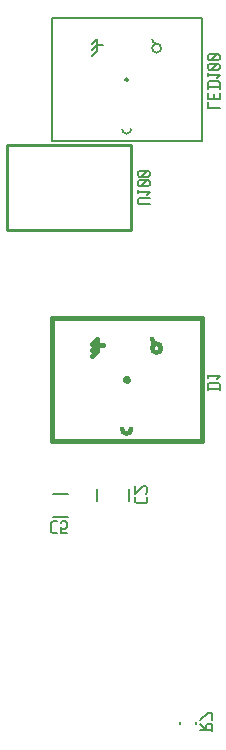
<source format=gbr>
G04 start of page 9 for group -4078 idx -4078 *
G04 Title: (unknown), bottomsilk *
G04 Creator: pcb 20140316 *
G04 CreationDate: Tue 14 Apr 2015 10:04:33 AM GMT UTC *
G04 For: fosse *
G04 Format: Gerber/RS-274X *
G04 PCB-Dimensions (mil): 5250.00 5000.00 *
G04 PCB-Coordinate-Origin: lower left *
%MOIN*%
%FSLAX25Y25*%
%LNBOTTOMSILK*%
%ADD87C,0.0100*%
%ADD86C,0.0060*%
%ADD85C,0.0080*%
%ADD84C,0.0160*%
G54D84*X246000Y297500D02*X296000D01*
X246000Y338500D02*Y297500D01*
Y338500D02*X296000D01*
Y297500D01*
X261000Y329500D02*X259500Y328000D01*
X261000Y331500D02*X259500Y330000D01*
X261000Y331500D02*Y327500D01*
X259500Y326000D01*
X261000Y329500D02*X263000D01*
X271000Y318500D02*Y317500D01*
Y318500D02*X271500Y318000D01*
X270500D02*X271500D01*
X270500D02*X271000Y317500D01*
X271500Y318000D01*
X269500Y301500D02*G75*G03X271000Y300000I1500J0D01*G01*
G75*G03X272500Y301500I0J1500D01*G01*
X281000Y327000D02*G75*G03X282500Y328500I0J1500D01*G01*
X279500D02*G75*G03X281000Y327000I1500J0D01*G01*
Y330000D02*G75*G03X279500Y328500I0J-1500D01*G01*
X282500D02*G75*G03X281000Y330000I-1500J0D01*G01*
X279500Y331500D02*G75*G03X281000Y330000I1500J0D01*G01*
X271000Y317500D02*G75*G03X271500Y318000I0J500D01*G01*
X270500D02*G75*G03X271000Y317500I500J0D01*G01*
Y318500D02*G75*G03X270500Y318000I0J-500D01*G01*
X271500D02*G75*G03X271000Y318500I-500J0D01*G01*
G54D85*X271814Y281468D02*Y277532D01*
X261186Y281468D02*Y277532D01*
X246638Y272260D02*X251362D01*
X246638Y279740D02*X251362D01*
G54D86*X246000Y397500D02*X296000D01*
X246000Y438500D02*Y397500D01*
Y438500D02*X296000D01*
Y397500D01*
X261000Y429500D02*X259500Y428000D01*
X261000Y431500D02*X259500Y430000D01*
X261000Y431500D02*Y427500D01*
X259500Y426000D01*
X261000Y429500D02*X263000D01*
X271000Y418500D02*Y417500D01*
Y418500D02*X271500Y418000D01*
X270500D02*X271500D01*
X270500D02*X271000Y417500D01*
X271500Y418000D01*
X269500Y401500D02*G75*G03X271000Y400000I1500J0D01*G01*
G75*G03X272500Y401500I0J1500D01*G01*
X281000Y427000D02*G75*G03X282500Y428500I0J1500D01*G01*
X279500D02*G75*G03X281000Y427000I1500J0D01*G01*
Y430000D02*G75*G03X279500Y428500I0J-1500D01*G01*
X282500D02*G75*G03X281000Y430000I-1500J0D01*G01*
X279500Y431500D02*G75*G03X281000Y430000I1500J0D01*G01*
X271000Y417500D02*G75*G03X271500Y418000I0J500D01*G01*
X270500D02*G75*G03X271000Y417500I500J0D01*G01*
Y418500D02*G75*G03X270500Y418000I0J-500D01*G01*
X271500D02*G75*G03X271000Y418500I-500J0D01*G01*
G54D87*X231100Y367800D02*X272500D01*
X231100Y396300D02*Y367800D01*
Y396300D02*X272500D01*
Y367800D01*
G54D85*X294155Y203893D02*Y203107D01*
X288645Y203893D02*Y203107D01*
G54D86*X246350Y270850D02*X247850D01*
X245850Y270350D02*X246350Y270850D01*
X245850Y267350D02*Y270350D01*
Y267350D02*X246350Y266850D01*
X247850D01*
X249050D02*X251050D01*
X249050D02*Y268850D01*
X249550Y268350D01*
X250550D01*
X251050Y268850D01*
Y270350D01*
X250550Y270850D02*X251050Y270350D01*
X249550Y270850D02*X250550D01*
X249050Y270350D02*X249550Y270850D01*
X298000Y315000D02*X302000D01*
Y316500D02*X301500Y317000D01*
X298500D02*X301500D01*
X298000Y316500D02*X298500Y317000D01*
X298000Y314500D02*Y316500D01*
X302000Y314500D02*Y316500D01*
X298000Y318700D02*Y319700D01*
Y319200D02*X302000D01*
X301000Y318200D02*X302000Y319200D01*
X273850Y277245D02*Y278745D01*
X274350Y276745D02*X273850Y277245D01*
X274350Y276745D02*X277350D01*
X277850Y277245D01*
Y278745D01*
X277350Y279945D02*X277850Y280445D01*
Y281945D01*
X277350Y282445D01*
X276350D02*X277350D01*
X273850Y279945D02*X276350Y282445D01*
X273850Y279945D02*Y282445D01*
X298000Y408500D02*X302000D01*
X298000D02*Y410500D01*
X300000Y411700D02*Y413200D01*
X298000Y411700D02*Y413700D01*
Y411700D02*X302000D01*
Y413700D01*
X298000Y415400D02*X302000D01*
Y416900D02*X301500Y417400D01*
X298500D02*X301500D01*
X298000Y416900D02*X298500Y417400D01*
X298000Y414900D02*Y416900D01*
X302000Y414900D02*Y416900D01*
X298000Y419100D02*Y420100D01*
Y419600D02*X302000D01*
X301000Y418600D02*X302000Y419600D01*
X298500Y421300D02*X298000Y421800D01*
X298500Y421300D02*X301500D01*
X302000Y421800D01*
Y422800D01*
X301500Y423300D01*
X298500D02*X301500D01*
X298000Y422800D02*X298500Y423300D01*
X298000Y421800D02*Y422800D01*
X299000Y421300D02*X301000Y423300D01*
X298500Y424500D02*X298000Y425000D01*
X298500Y424500D02*X301500D01*
X302000Y425000D01*
Y426000D01*
X301500Y426500D01*
X298500D02*X301500D01*
X298000Y426000D02*X298500Y426500D01*
X298000Y425000D02*Y426000D01*
X299000Y424500D02*X301000Y426500D01*
X275300Y376500D02*X278800D01*
X275300D02*X274800Y377000D01*
Y378000D01*
X275300Y378500D01*
X278800D01*
X274800Y380200D02*Y381200D01*
Y380700D02*X278800D01*
X277800Y379700D02*X278800Y380700D01*
X275300Y382400D02*X274800Y382900D01*
X275300Y382400D02*X278300D01*
X278800Y382900D01*
Y383900D01*
X278300Y384400D01*
X275300D02*X278300D01*
X274800Y383900D02*X275300Y384400D01*
X274800Y382900D02*Y383900D01*
X275800Y382400D02*X277800Y384400D01*
X275300Y385600D02*X274800Y386100D01*
X275300Y385600D02*X278300D01*
X278800Y386100D01*
Y387100D01*
X278300Y387600D01*
X275300D02*X278300D01*
X274800Y387100D02*X275300Y387600D01*
X274800Y386100D02*Y387100D01*
X275800Y385600D02*X277800Y387600D01*
X299550Y200807D02*Y202807D01*
X299050Y203307D01*
X298050D02*X299050D01*
X297550Y202807D02*X298050Y203307D01*
X297550Y201307D02*Y202807D01*
X295550Y201307D02*X299550D01*
X297550D02*X295550Y203307D01*
Y204507D02*X298050Y207007D01*
X299550D01*
Y204507D02*Y207007D01*
M02*

</source>
